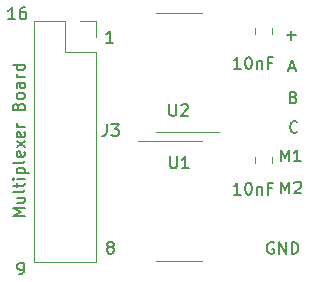
<source format=gbr>
%TF.GenerationSoftware,KiCad,Pcbnew,(6.0.1)*%
%TF.CreationDate,2022-09-16T08:00:15-07:00*%
%TF.ProjectId,takshaka-mux-board-rounded,74616b73-6861-46b6-912d-6d75782d626f,rev?*%
%TF.SameCoordinates,Original*%
%TF.FileFunction,Legend,Top*%
%TF.FilePolarity,Positive*%
%FSLAX46Y46*%
G04 Gerber Fmt 4.6, Leading zero omitted, Abs format (unit mm)*
G04 Created by KiCad (PCBNEW (6.0.1)) date 2022-09-16 08:00:15*
%MOMM*%
%LPD*%
G01*
G04 APERTURE LIST*
%ADD10C,0.150000*%
%ADD11C,0.120000*%
G04 APERTURE END LIST*
D10*
X111020476Y-84222380D02*
X111020476Y-83222380D01*
X111353809Y-83936666D01*
X111687142Y-83222380D01*
X111687142Y-84222380D01*
X112687142Y-84222380D02*
X112115714Y-84222380D01*
X112401428Y-84222380D02*
X112401428Y-83222380D01*
X112306190Y-83365238D01*
X112210952Y-83460476D01*
X112115714Y-83508095D01*
X112389523Y-81717142D02*
X112341904Y-81764761D01*
X112199047Y-81812380D01*
X112103809Y-81812380D01*
X111960952Y-81764761D01*
X111865714Y-81669523D01*
X111818095Y-81574285D01*
X111770476Y-81383809D01*
X111770476Y-81240952D01*
X111818095Y-81050476D01*
X111865714Y-80955238D01*
X111960952Y-80860000D01*
X112103809Y-80812380D01*
X112199047Y-80812380D01*
X112341904Y-80860000D01*
X112389523Y-80907619D01*
X111691904Y-76326666D02*
X112168095Y-76326666D01*
X111596666Y-76612380D02*
X111930000Y-75612380D01*
X112263333Y-76612380D01*
X88789523Y-93792380D02*
X88980000Y-93792380D01*
X89075238Y-93744761D01*
X89122857Y-93697142D01*
X89218095Y-93554285D01*
X89265714Y-93363809D01*
X89265714Y-92982857D01*
X89218095Y-92887619D01*
X89170476Y-92840000D01*
X89075238Y-92792380D01*
X88884761Y-92792380D01*
X88789523Y-92840000D01*
X88741904Y-92887619D01*
X88694285Y-92982857D01*
X88694285Y-93220952D01*
X88741904Y-93316190D01*
X88789523Y-93363809D01*
X88884761Y-93411428D01*
X89075238Y-93411428D01*
X89170476Y-93363809D01*
X89218095Y-93316190D01*
X89265714Y-93220952D01*
X110388095Y-91100000D02*
X110292857Y-91052380D01*
X110150000Y-91052380D01*
X110007142Y-91100000D01*
X109911904Y-91195238D01*
X109864285Y-91290476D01*
X109816666Y-91480952D01*
X109816666Y-91623809D01*
X109864285Y-91814285D01*
X109911904Y-91909523D01*
X110007142Y-92004761D01*
X110150000Y-92052380D01*
X110245238Y-92052380D01*
X110388095Y-92004761D01*
X110435714Y-91957142D01*
X110435714Y-91623809D01*
X110245238Y-91623809D01*
X110864285Y-92052380D02*
X110864285Y-91052380D01*
X111435714Y-92052380D01*
X111435714Y-91052380D01*
X111911904Y-92052380D02*
X111911904Y-91052380D01*
X112150000Y-91052380D01*
X112292857Y-91100000D01*
X112388095Y-91195238D01*
X112435714Y-91290476D01*
X112483333Y-91480952D01*
X112483333Y-91623809D01*
X112435714Y-91814285D01*
X112388095Y-91909523D01*
X112292857Y-92004761D01*
X112150000Y-92052380D01*
X111911904Y-92052380D01*
X111479047Y-73541428D02*
X112240952Y-73541428D01*
X111860000Y-73922380D02*
X111860000Y-73160476D01*
X96775714Y-74192380D02*
X96204285Y-74192380D01*
X96490000Y-74192380D02*
X96490000Y-73192380D01*
X96394761Y-73335238D01*
X96299523Y-73430476D01*
X96204285Y-73478095D01*
X88489523Y-72182380D02*
X87918095Y-72182380D01*
X88203809Y-72182380D02*
X88203809Y-71182380D01*
X88108571Y-71325238D01*
X88013333Y-71420476D01*
X87918095Y-71468095D01*
X89346666Y-71182380D02*
X89156190Y-71182380D01*
X89060952Y-71230000D01*
X89013333Y-71277619D01*
X88918095Y-71420476D01*
X88870476Y-71610952D01*
X88870476Y-71991904D01*
X88918095Y-72087142D01*
X88965714Y-72134761D01*
X89060952Y-72182380D01*
X89251428Y-72182380D01*
X89346666Y-72134761D01*
X89394285Y-72087142D01*
X89441904Y-71991904D01*
X89441904Y-71753809D01*
X89394285Y-71658571D01*
X89346666Y-71610952D01*
X89251428Y-71563333D01*
X89060952Y-71563333D01*
X88965714Y-71610952D01*
X88918095Y-71658571D01*
X88870476Y-71753809D01*
X96464761Y-91460952D02*
X96369523Y-91413333D01*
X96321904Y-91365714D01*
X96274285Y-91270476D01*
X96274285Y-91222857D01*
X96321904Y-91127619D01*
X96369523Y-91080000D01*
X96464761Y-91032380D01*
X96655238Y-91032380D01*
X96750476Y-91080000D01*
X96798095Y-91127619D01*
X96845714Y-91222857D01*
X96845714Y-91270476D01*
X96798095Y-91365714D01*
X96750476Y-91413333D01*
X96655238Y-91460952D01*
X96464761Y-91460952D01*
X96369523Y-91508571D01*
X96321904Y-91556190D01*
X96274285Y-91651428D01*
X96274285Y-91841904D01*
X96321904Y-91937142D01*
X96369523Y-91984761D01*
X96464761Y-92032380D01*
X96655238Y-92032380D01*
X96750476Y-91984761D01*
X96798095Y-91937142D01*
X96845714Y-91841904D01*
X96845714Y-91651428D01*
X96798095Y-91556190D01*
X96750476Y-91508571D01*
X96655238Y-91460952D01*
X89302380Y-88854761D02*
X88302380Y-88854761D01*
X89016666Y-88521428D01*
X88302380Y-88188095D01*
X89302380Y-88188095D01*
X88635714Y-87283333D02*
X89302380Y-87283333D01*
X88635714Y-87711904D02*
X89159523Y-87711904D01*
X89254761Y-87664285D01*
X89302380Y-87569047D01*
X89302380Y-87426190D01*
X89254761Y-87330952D01*
X89207142Y-87283333D01*
X89302380Y-86664285D02*
X89254761Y-86759523D01*
X89159523Y-86807142D01*
X88302380Y-86807142D01*
X88635714Y-86426190D02*
X88635714Y-86045238D01*
X88302380Y-86283333D02*
X89159523Y-86283333D01*
X89254761Y-86235714D01*
X89302380Y-86140476D01*
X89302380Y-86045238D01*
X89302380Y-85711904D02*
X88635714Y-85711904D01*
X88302380Y-85711904D02*
X88350000Y-85759523D01*
X88397619Y-85711904D01*
X88350000Y-85664285D01*
X88302380Y-85711904D01*
X88397619Y-85711904D01*
X88635714Y-85235714D02*
X89635714Y-85235714D01*
X88683333Y-85235714D02*
X88635714Y-85140476D01*
X88635714Y-84950000D01*
X88683333Y-84854761D01*
X88730952Y-84807142D01*
X88826190Y-84759523D01*
X89111904Y-84759523D01*
X89207142Y-84807142D01*
X89254761Y-84854761D01*
X89302380Y-84950000D01*
X89302380Y-85140476D01*
X89254761Y-85235714D01*
X89302380Y-84188095D02*
X89254761Y-84283333D01*
X89159523Y-84330952D01*
X88302380Y-84330952D01*
X89254761Y-83426190D02*
X89302380Y-83521428D01*
X89302380Y-83711904D01*
X89254761Y-83807142D01*
X89159523Y-83854761D01*
X88778571Y-83854761D01*
X88683333Y-83807142D01*
X88635714Y-83711904D01*
X88635714Y-83521428D01*
X88683333Y-83426190D01*
X88778571Y-83378571D01*
X88873809Y-83378571D01*
X88969047Y-83854761D01*
X89302380Y-83045238D02*
X88635714Y-82521428D01*
X88635714Y-83045238D02*
X89302380Y-82521428D01*
X89254761Y-81759523D02*
X89302380Y-81854761D01*
X89302380Y-82045238D01*
X89254761Y-82140476D01*
X89159523Y-82188095D01*
X88778571Y-82188095D01*
X88683333Y-82140476D01*
X88635714Y-82045238D01*
X88635714Y-81854761D01*
X88683333Y-81759523D01*
X88778571Y-81711904D01*
X88873809Y-81711904D01*
X88969047Y-82188095D01*
X89302380Y-81283333D02*
X88635714Y-81283333D01*
X88826190Y-81283333D02*
X88730952Y-81235714D01*
X88683333Y-81188095D01*
X88635714Y-81092857D01*
X88635714Y-80997619D01*
X88778571Y-79569047D02*
X88826190Y-79426190D01*
X88873809Y-79378571D01*
X88969047Y-79330952D01*
X89111904Y-79330952D01*
X89207142Y-79378571D01*
X89254761Y-79426190D01*
X89302380Y-79521428D01*
X89302380Y-79902380D01*
X88302380Y-79902380D01*
X88302380Y-79569047D01*
X88350000Y-79473809D01*
X88397619Y-79426190D01*
X88492857Y-79378571D01*
X88588095Y-79378571D01*
X88683333Y-79426190D01*
X88730952Y-79473809D01*
X88778571Y-79569047D01*
X88778571Y-79902380D01*
X89302380Y-78759523D02*
X89254761Y-78854761D01*
X89207142Y-78902380D01*
X89111904Y-78950000D01*
X88826190Y-78950000D01*
X88730952Y-78902380D01*
X88683333Y-78854761D01*
X88635714Y-78759523D01*
X88635714Y-78616666D01*
X88683333Y-78521428D01*
X88730952Y-78473809D01*
X88826190Y-78426190D01*
X89111904Y-78426190D01*
X89207142Y-78473809D01*
X89254761Y-78521428D01*
X89302380Y-78616666D01*
X89302380Y-78759523D01*
X89302380Y-77569047D02*
X88778571Y-77569047D01*
X88683333Y-77616666D01*
X88635714Y-77711904D01*
X88635714Y-77902380D01*
X88683333Y-77997619D01*
X89254761Y-77569047D02*
X89302380Y-77664285D01*
X89302380Y-77902380D01*
X89254761Y-77997619D01*
X89159523Y-78045238D01*
X89064285Y-78045238D01*
X88969047Y-77997619D01*
X88921428Y-77902380D01*
X88921428Y-77664285D01*
X88873809Y-77569047D01*
X89302380Y-77092857D02*
X88635714Y-77092857D01*
X88826190Y-77092857D02*
X88730952Y-77045238D01*
X88683333Y-76997619D01*
X88635714Y-76902380D01*
X88635714Y-76807142D01*
X89302380Y-76045238D02*
X88302380Y-76045238D01*
X89254761Y-76045238D02*
X89302380Y-76140476D01*
X89302380Y-76330952D01*
X89254761Y-76426190D01*
X89207142Y-76473809D01*
X89111904Y-76521428D01*
X88826190Y-76521428D01*
X88730952Y-76473809D01*
X88683333Y-76426190D01*
X88635714Y-76330952D01*
X88635714Y-76140476D01*
X88683333Y-76045238D01*
X111050476Y-86942380D02*
X111050476Y-85942380D01*
X111383809Y-86656666D01*
X111717142Y-85942380D01*
X111717142Y-86942380D01*
X112145714Y-86037619D02*
X112193333Y-85990000D01*
X112288571Y-85942380D01*
X112526666Y-85942380D01*
X112621904Y-85990000D01*
X112669523Y-86037619D01*
X112717142Y-86132857D01*
X112717142Y-86228095D01*
X112669523Y-86370952D01*
X112098095Y-86942380D01*
X112717142Y-86942380D01*
X112071428Y-78788571D02*
X112214285Y-78836190D01*
X112261904Y-78883809D01*
X112309523Y-78979047D01*
X112309523Y-79121904D01*
X112261904Y-79217142D01*
X112214285Y-79264761D01*
X112119047Y-79312380D01*
X111738095Y-79312380D01*
X111738095Y-78312380D01*
X112071428Y-78312380D01*
X112166666Y-78360000D01*
X112214285Y-78407619D01*
X112261904Y-78502857D01*
X112261904Y-78598095D01*
X112214285Y-78693333D01*
X112166666Y-78740952D01*
X112071428Y-78788571D01*
X111738095Y-78788571D01*
%TO.C,U2*%
X101568095Y-79382380D02*
X101568095Y-80191904D01*
X101615714Y-80287142D01*
X101663333Y-80334761D01*
X101758571Y-80382380D01*
X101949047Y-80382380D01*
X102044285Y-80334761D01*
X102091904Y-80287142D01*
X102139523Y-80191904D01*
X102139523Y-79382380D01*
X102568095Y-79477619D02*
X102615714Y-79430000D01*
X102710952Y-79382380D01*
X102949047Y-79382380D01*
X103044285Y-79430000D01*
X103091904Y-79477619D01*
X103139523Y-79572857D01*
X103139523Y-79668095D01*
X103091904Y-79810952D01*
X102520476Y-80382380D01*
X103139523Y-80382380D01*
%TO.C,C2*%
X107588571Y-87032380D02*
X107017142Y-87032380D01*
X107302857Y-87032380D02*
X107302857Y-86032380D01*
X107207619Y-86175238D01*
X107112380Y-86270476D01*
X107017142Y-86318095D01*
X108207619Y-86032380D02*
X108302857Y-86032380D01*
X108398095Y-86080000D01*
X108445714Y-86127619D01*
X108493333Y-86222857D01*
X108540952Y-86413333D01*
X108540952Y-86651428D01*
X108493333Y-86841904D01*
X108445714Y-86937142D01*
X108398095Y-86984761D01*
X108302857Y-87032380D01*
X108207619Y-87032380D01*
X108112380Y-86984761D01*
X108064761Y-86937142D01*
X108017142Y-86841904D01*
X107969523Y-86651428D01*
X107969523Y-86413333D01*
X108017142Y-86222857D01*
X108064761Y-86127619D01*
X108112380Y-86080000D01*
X108207619Y-86032380D01*
X108969523Y-86365714D02*
X108969523Y-87032380D01*
X108969523Y-86460952D02*
X109017142Y-86413333D01*
X109112380Y-86365714D01*
X109255238Y-86365714D01*
X109350476Y-86413333D01*
X109398095Y-86508571D01*
X109398095Y-87032380D01*
X110207619Y-86508571D02*
X109874285Y-86508571D01*
X109874285Y-87032380D02*
X109874285Y-86032380D01*
X110350476Y-86032380D01*
%TO.C,C1*%
X107598571Y-76382380D02*
X107027142Y-76382380D01*
X107312857Y-76382380D02*
X107312857Y-75382380D01*
X107217619Y-75525238D01*
X107122380Y-75620476D01*
X107027142Y-75668095D01*
X108217619Y-75382380D02*
X108312857Y-75382380D01*
X108408095Y-75430000D01*
X108455714Y-75477619D01*
X108503333Y-75572857D01*
X108550952Y-75763333D01*
X108550952Y-76001428D01*
X108503333Y-76191904D01*
X108455714Y-76287142D01*
X108408095Y-76334761D01*
X108312857Y-76382380D01*
X108217619Y-76382380D01*
X108122380Y-76334761D01*
X108074761Y-76287142D01*
X108027142Y-76191904D01*
X107979523Y-76001428D01*
X107979523Y-75763333D01*
X108027142Y-75572857D01*
X108074761Y-75477619D01*
X108122380Y-75430000D01*
X108217619Y-75382380D01*
X108979523Y-75715714D02*
X108979523Y-76382380D01*
X108979523Y-75810952D02*
X109027142Y-75763333D01*
X109122380Y-75715714D01*
X109265238Y-75715714D01*
X109360476Y-75763333D01*
X109408095Y-75858571D01*
X109408095Y-76382380D01*
X110217619Y-75858571D02*
X109884285Y-75858571D01*
X109884285Y-76382380D02*
X109884285Y-75382380D01*
X110360476Y-75382380D01*
%TO.C,J3*%
X96276666Y-81062380D02*
X96276666Y-81776666D01*
X96229047Y-81919523D01*
X96133809Y-82014761D01*
X95990952Y-82062380D01*
X95895714Y-82062380D01*
X96657619Y-81062380D02*
X97276666Y-81062380D01*
X96943333Y-81443333D01*
X97086190Y-81443333D01*
X97181428Y-81490952D01*
X97229047Y-81538571D01*
X97276666Y-81633809D01*
X97276666Y-81871904D01*
X97229047Y-81967142D01*
X97181428Y-82014761D01*
X97086190Y-82062380D01*
X96800476Y-82062380D01*
X96705238Y-82014761D01*
X96657619Y-81967142D01*
%TO.C,U1*%
X101618095Y-83802380D02*
X101618095Y-84611904D01*
X101665714Y-84707142D01*
X101713333Y-84754761D01*
X101808571Y-84802380D01*
X101999047Y-84802380D01*
X102094285Y-84754761D01*
X102141904Y-84707142D01*
X102189523Y-84611904D01*
X102189523Y-83802380D01*
X103189523Y-84802380D02*
X102618095Y-84802380D01*
X102903809Y-84802380D02*
X102903809Y-83802380D01*
X102808571Y-83945238D01*
X102713333Y-84040476D01*
X102618095Y-84088095D01*
D11*
%TO.C,U2*%
X102350000Y-81760000D02*
X105800000Y-81760000D01*
X102350000Y-81760000D02*
X100400000Y-81760000D01*
X102350000Y-71640000D02*
X100400000Y-71640000D01*
X102350000Y-71640000D02*
X104300000Y-71640000D01*
%TO.C,C2*%
X108775000Y-83818748D02*
X108775000Y-84341252D01*
X110245000Y-83818748D02*
X110245000Y-84341252D01*
%TO.C,C1*%
X108775000Y-72948748D02*
X108775000Y-73471252D01*
X110245000Y-72948748D02*
X110245000Y-73471252D01*
%TO.C,J3*%
X93980000Y-72330000D02*
X95310000Y-72330000D01*
X90110000Y-72330000D02*
X90110000Y-92770000D01*
X95310000Y-74930000D02*
X95310000Y-92770000D01*
X90110000Y-92770000D02*
X95310000Y-92770000D01*
X92710000Y-72330000D02*
X92710000Y-74930000D01*
X92710000Y-74930000D02*
X95310000Y-74930000D01*
X90110000Y-72330000D02*
X92710000Y-72330000D01*
X95310000Y-72330000D02*
X95310000Y-73660000D01*
%TO.C,U1*%
X102350000Y-92660000D02*
X104300000Y-92660000D01*
X102350000Y-92660000D02*
X100400000Y-92660000D01*
X102350000Y-82540000D02*
X98900000Y-82540000D01*
X102350000Y-82540000D02*
X104300000Y-82540000D01*
%TD*%
M02*

</source>
